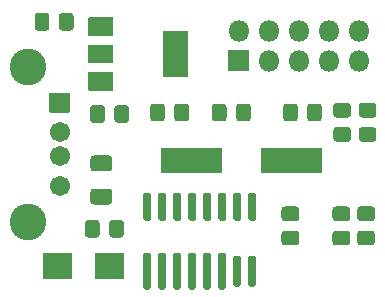
<source format=gbr>
G04 #@! TF.GenerationSoftware,KiCad,Pcbnew,5.1.9-73d0e3b20d~88~ubuntu20.04.1*
G04 #@! TF.CreationDate,2021-01-20T21:34:12+07:00*
G04 #@! TF.ProjectId,ch340G_uploader,63683334-3047-45f7-9570-6c6f61646572,rev?*
G04 #@! TF.SameCoordinates,Original*
G04 #@! TF.FileFunction,Soldermask,Top*
G04 #@! TF.FilePolarity,Negative*
%FSLAX46Y46*%
G04 Gerber Fmt 4.6, Leading zero omitted, Abs format (unit mm)*
G04 Created by KiCad (PCBNEW 5.1.9-73d0e3b20d~88~ubuntu20.04.1) date 2021-01-20 21:34:12*
%MOMM*%
%LPD*%
G01*
G04 APERTURE LIST*
%ADD10C,1.702000*%
%ADD11C,3.102000*%
%ADD12O,1.802000X1.802000*%
G04 APERTURE END LIST*
G36*
G01*
X127889000Y-69879172D02*
X127889000Y-70836828D01*
G75*
G02*
X127616828Y-71109000I-272172J0D01*
G01*
X126909172Y-71109000D01*
G75*
G02*
X126637000Y-70836828I0J272172D01*
G01*
X126637000Y-69879172D01*
G75*
G02*
X126909172Y-69607000I272172J0D01*
G01*
X127616828Y-69607000D01*
G75*
G02*
X127889000Y-69879172I0J-272172D01*
G01*
G37*
G36*
G01*
X125839000Y-69879172D02*
X125839000Y-70836828D01*
G75*
G02*
X125566828Y-71109000I-272172J0D01*
G01*
X124859172Y-71109000D01*
G75*
G02*
X124587000Y-70836828I0J272172D01*
G01*
X124587000Y-69879172D01*
G75*
G02*
X124859172Y-69607000I272172J0D01*
G01*
X125566828Y-69607000D01*
G75*
G02*
X125839000Y-69879172I0J-272172D01*
G01*
G37*
G36*
G01*
X121938000Y-63026328D02*
X121938000Y-62068672D01*
G75*
G02*
X122210172Y-61796500I272172J0D01*
G01*
X122917828Y-61796500D01*
G75*
G02*
X123190000Y-62068672I0J-272172D01*
G01*
X123190000Y-63026328D01*
G75*
G02*
X122917828Y-63298500I-272172J0D01*
G01*
X122210172Y-63298500D01*
G75*
G02*
X121938000Y-63026328I0J272172D01*
G01*
G37*
G36*
G01*
X119888000Y-63026328D02*
X119888000Y-62068672D01*
G75*
G02*
X120160172Y-61796500I272172J0D01*
G01*
X120867828Y-61796500D01*
G75*
G02*
X121140000Y-62068672I0J-272172D01*
G01*
X121140000Y-63026328D01*
G75*
G02*
X120867828Y-63298500I-272172J0D01*
G01*
X120160172Y-63298500D01*
G75*
G02*
X119888000Y-63026328I0J272172D01*
G01*
G37*
G36*
G01*
X148560828Y-72716500D02*
X147603172Y-72716500D01*
G75*
G02*
X147331000Y-72444328I0J272172D01*
G01*
X147331000Y-71736672D01*
G75*
G02*
X147603172Y-71464500I272172J0D01*
G01*
X148560828Y-71464500D01*
G75*
G02*
X148833000Y-71736672I0J-272172D01*
G01*
X148833000Y-72444328D01*
G75*
G02*
X148560828Y-72716500I-272172J0D01*
G01*
G37*
G36*
G01*
X148560828Y-70666500D02*
X147603172Y-70666500D01*
G75*
G02*
X147331000Y-70394328I0J272172D01*
G01*
X147331000Y-69686672D01*
G75*
G02*
X147603172Y-69414500I272172J0D01*
G01*
X148560828Y-69414500D01*
G75*
G02*
X148833000Y-69686672I0J-272172D01*
G01*
X148833000Y-70394328D01*
G75*
G02*
X148560828Y-70666500I-272172J0D01*
G01*
G37*
G36*
G01*
X146401828Y-72716500D02*
X145444172Y-72716500D01*
G75*
G02*
X145172000Y-72444328I0J272172D01*
G01*
X145172000Y-71736672D01*
G75*
G02*
X145444172Y-71464500I272172J0D01*
G01*
X146401828Y-71464500D01*
G75*
G02*
X146674000Y-71736672I0J-272172D01*
G01*
X146674000Y-72444328D01*
G75*
G02*
X146401828Y-72716500I-272172J0D01*
G01*
G37*
G36*
G01*
X146401828Y-70666500D02*
X145444172Y-70666500D01*
G75*
G02*
X145172000Y-70394328I0J272172D01*
G01*
X145172000Y-69686672D01*
G75*
G02*
X145444172Y-69414500I272172J0D01*
G01*
X146401828Y-69414500D01*
G75*
G02*
X146674000Y-69686672I0J-272172D01*
G01*
X146674000Y-70394328D01*
G75*
G02*
X146401828Y-70666500I-272172J0D01*
G01*
G37*
G36*
G01*
X148433828Y-81485500D02*
X147476172Y-81485500D01*
G75*
G02*
X147204000Y-81213328I0J272172D01*
G01*
X147204000Y-80505672D01*
G75*
G02*
X147476172Y-80233500I272172J0D01*
G01*
X148433828Y-80233500D01*
G75*
G02*
X148706000Y-80505672I0J-272172D01*
G01*
X148706000Y-81213328D01*
G75*
G02*
X148433828Y-81485500I-272172J0D01*
G01*
G37*
G36*
G01*
X148433828Y-79435500D02*
X147476172Y-79435500D01*
G75*
G02*
X147204000Y-79163328I0J272172D01*
G01*
X147204000Y-78455672D01*
G75*
G02*
X147476172Y-78183500I272172J0D01*
G01*
X148433828Y-78183500D01*
G75*
G02*
X148706000Y-78455672I0J-272172D01*
G01*
X148706000Y-79163328D01*
G75*
G02*
X148433828Y-79435500I-272172J0D01*
G01*
G37*
G36*
G01*
X141062672Y-80233500D02*
X142020328Y-80233500D01*
G75*
G02*
X142292500Y-80505672I0J-272172D01*
G01*
X142292500Y-81213328D01*
G75*
G02*
X142020328Y-81485500I-272172J0D01*
G01*
X141062672Y-81485500D01*
G75*
G02*
X140790500Y-81213328I0J272172D01*
G01*
X140790500Y-80505672D01*
G75*
G02*
X141062672Y-80233500I272172J0D01*
G01*
G37*
G36*
G01*
X141062672Y-78183500D02*
X142020328Y-78183500D01*
G75*
G02*
X142292500Y-78455672I0J-272172D01*
G01*
X142292500Y-79163328D01*
G75*
G02*
X142020328Y-79435500I-272172J0D01*
G01*
X141062672Y-79435500D01*
G75*
G02*
X140790500Y-79163328I0J272172D01*
G01*
X140790500Y-78455672D01*
G75*
G02*
X141062672Y-78183500I272172J0D01*
G01*
G37*
G36*
G01*
X146338328Y-79435500D02*
X145380672Y-79435500D01*
G75*
G02*
X145108500Y-79163328I0J272172D01*
G01*
X145108500Y-78455672D01*
G75*
G02*
X145380672Y-78183500I272172J0D01*
G01*
X146338328Y-78183500D01*
G75*
G02*
X146610500Y-78455672I0J-272172D01*
G01*
X146610500Y-79163328D01*
G75*
G02*
X146338328Y-79435500I-272172J0D01*
G01*
G37*
G36*
G01*
X146338328Y-81485500D02*
X145380672Y-81485500D01*
G75*
G02*
X145108500Y-81213328I0J272172D01*
G01*
X145108500Y-80505672D01*
G75*
G02*
X145380672Y-80233500I272172J0D01*
G01*
X146338328Y-80233500D01*
G75*
G02*
X146610500Y-80505672I0J-272172D01*
G01*
X146610500Y-81213328D01*
G75*
G02*
X146338328Y-81485500I-272172J0D01*
G01*
G37*
G36*
G01*
X136141000Y-69752172D02*
X136141000Y-70709828D01*
G75*
G02*
X135868828Y-70982000I-272172J0D01*
G01*
X135161172Y-70982000D01*
G75*
G02*
X134889000Y-70709828I0J272172D01*
G01*
X134889000Y-69752172D01*
G75*
G02*
X135161172Y-69480000I272172J0D01*
G01*
X135868828Y-69480000D01*
G75*
G02*
X136141000Y-69752172I0J-272172D01*
G01*
G37*
G36*
G01*
X138191000Y-69752172D02*
X138191000Y-70709828D01*
G75*
G02*
X137918828Y-70982000I-272172J0D01*
G01*
X137211172Y-70982000D01*
G75*
G02*
X136939000Y-70709828I0J272172D01*
G01*
X136939000Y-69752172D01*
G75*
G02*
X137211172Y-69480000I272172J0D01*
G01*
X137918828Y-69480000D01*
G75*
G02*
X138191000Y-69752172I0J-272172D01*
G01*
G37*
G36*
G01*
X142971500Y-70709828D02*
X142971500Y-69752172D01*
G75*
G02*
X143243672Y-69480000I272172J0D01*
G01*
X143951328Y-69480000D01*
G75*
G02*
X144223500Y-69752172I0J-272172D01*
G01*
X144223500Y-70709828D01*
G75*
G02*
X143951328Y-70982000I-272172J0D01*
G01*
X143243672Y-70982000D01*
G75*
G02*
X142971500Y-70709828I0J272172D01*
G01*
G37*
G36*
G01*
X140921500Y-70709828D02*
X140921500Y-69752172D01*
G75*
G02*
X141193672Y-69480000I272172J0D01*
G01*
X141901328Y-69480000D01*
G75*
G02*
X142173500Y-69752172I0J-272172D01*
G01*
X142173500Y-70709828D01*
G75*
G02*
X141901328Y-70982000I-272172J0D01*
G01*
X141193672Y-70982000D01*
G75*
G02*
X140921500Y-70709828I0J272172D01*
G01*
G37*
G36*
G01*
X130919000Y-69752172D02*
X130919000Y-70709828D01*
G75*
G02*
X130646828Y-70982000I-272172J0D01*
G01*
X129939172Y-70982000D01*
G75*
G02*
X129667000Y-70709828I0J272172D01*
G01*
X129667000Y-69752172D01*
G75*
G02*
X129939172Y-69480000I272172J0D01*
G01*
X130646828Y-69480000D01*
G75*
G02*
X130919000Y-69752172I0J-272172D01*
G01*
G37*
G36*
G01*
X132969000Y-69752172D02*
X132969000Y-70709828D01*
G75*
G02*
X132696828Y-70982000I-272172J0D01*
G01*
X131989172Y-70982000D01*
G75*
G02*
X131717000Y-70709828I0J272172D01*
G01*
X131717000Y-69752172D01*
G75*
G02*
X131989172Y-69480000I272172J0D01*
G01*
X132696828Y-69480000D01*
G75*
G02*
X132969000Y-69752172I0J-272172D01*
G01*
G37*
G36*
G01*
X126192500Y-80552328D02*
X126192500Y-79594672D01*
G75*
G02*
X126464672Y-79322500I272172J0D01*
G01*
X127172328Y-79322500D01*
G75*
G02*
X127444500Y-79594672I0J-272172D01*
G01*
X127444500Y-80552328D01*
G75*
G02*
X127172328Y-80824500I-272172J0D01*
G01*
X126464672Y-80824500D01*
G75*
G02*
X126192500Y-80552328I0J272172D01*
G01*
G37*
G36*
G01*
X124142500Y-80552328D02*
X124142500Y-79594672D01*
G75*
G02*
X124414672Y-79322500I272172J0D01*
G01*
X125122328Y-79322500D01*
G75*
G02*
X125394500Y-79594672I0J-272172D01*
G01*
X125394500Y-80552328D01*
G75*
G02*
X125122328Y-80824500I-272172J0D01*
G01*
X124414672Y-80824500D01*
G75*
G02*
X124142500Y-80552328I0J272172D01*
G01*
G37*
G36*
G01*
X138127500Y-77018800D02*
X138478500Y-77018800D01*
G75*
G02*
X138654000Y-77194300I0J-175500D01*
G01*
X138654000Y-79231300D01*
G75*
G02*
X138478500Y-79406800I-175500J0D01*
G01*
X138127500Y-79406800D01*
G75*
G02*
X137952000Y-79231300I0J175500D01*
G01*
X137952000Y-77194300D01*
G75*
G02*
X138127500Y-77018800I175500J0D01*
G01*
G37*
G36*
G01*
X136857500Y-77018800D02*
X137208500Y-77018800D01*
G75*
G02*
X137384000Y-77194300I0J-175500D01*
G01*
X137384000Y-79231300D01*
G75*
G02*
X137208500Y-79406800I-175500J0D01*
G01*
X136857500Y-79406800D01*
G75*
G02*
X136682000Y-79231300I0J175500D01*
G01*
X136682000Y-77194300D01*
G75*
G02*
X136857500Y-77018800I175500J0D01*
G01*
G37*
G36*
G01*
X135587500Y-77018800D02*
X135938500Y-77018800D01*
G75*
G02*
X136114000Y-77194300I0J-175500D01*
G01*
X136114000Y-79231300D01*
G75*
G02*
X135938500Y-79406800I-175500J0D01*
G01*
X135587500Y-79406800D01*
G75*
G02*
X135412000Y-79231300I0J175500D01*
G01*
X135412000Y-77194300D01*
G75*
G02*
X135587500Y-77018800I175500J0D01*
G01*
G37*
G36*
G01*
X134317500Y-77018800D02*
X134668500Y-77018800D01*
G75*
G02*
X134844000Y-77194300I0J-175500D01*
G01*
X134844000Y-79231300D01*
G75*
G02*
X134668500Y-79406800I-175500J0D01*
G01*
X134317500Y-79406800D01*
G75*
G02*
X134142000Y-79231300I0J175500D01*
G01*
X134142000Y-77194300D01*
G75*
G02*
X134317500Y-77018800I175500J0D01*
G01*
G37*
G36*
G01*
X133047500Y-77018800D02*
X133398500Y-77018800D01*
G75*
G02*
X133574000Y-77194300I0J-175500D01*
G01*
X133574000Y-79231300D01*
G75*
G02*
X133398500Y-79406800I-175500J0D01*
G01*
X133047500Y-79406800D01*
G75*
G02*
X132872000Y-79231300I0J175500D01*
G01*
X132872000Y-77194300D01*
G75*
G02*
X133047500Y-77018800I175500J0D01*
G01*
G37*
G36*
G01*
X131777500Y-77018800D02*
X132128500Y-77018800D01*
G75*
G02*
X132304000Y-77194300I0J-175500D01*
G01*
X132304000Y-79231300D01*
G75*
G02*
X132128500Y-79406800I-175500J0D01*
G01*
X131777500Y-79406800D01*
G75*
G02*
X131602000Y-79231300I0J175500D01*
G01*
X131602000Y-77194300D01*
G75*
G02*
X131777500Y-77018800I175500J0D01*
G01*
G37*
G36*
G01*
X130507500Y-77018800D02*
X130858500Y-77018800D01*
G75*
G02*
X131034000Y-77194300I0J-175500D01*
G01*
X131034000Y-79231300D01*
G75*
G02*
X130858500Y-79406800I-175500J0D01*
G01*
X130507500Y-79406800D01*
G75*
G02*
X130332000Y-79231300I0J175500D01*
G01*
X130332000Y-77194300D01*
G75*
G02*
X130507500Y-77018800I175500J0D01*
G01*
G37*
G36*
G01*
X129237500Y-77018800D02*
X129588500Y-77018800D01*
G75*
G02*
X129764000Y-77194300I0J-175500D01*
G01*
X129764000Y-79231300D01*
G75*
G02*
X129588500Y-79406800I-175500J0D01*
G01*
X129237500Y-79406800D01*
G75*
G02*
X129062000Y-79231300I0J175500D01*
G01*
X129062000Y-77194300D01*
G75*
G02*
X129237500Y-77018800I175500J0D01*
G01*
G37*
G36*
G01*
X129237500Y-82091000D02*
X129588500Y-82091000D01*
G75*
G02*
X129764000Y-82266500I0J-175500D01*
G01*
X129764000Y-85065500D01*
G75*
G02*
X129588500Y-85241000I-175500J0D01*
G01*
X129237500Y-85241000D01*
G75*
G02*
X129062000Y-85065500I0J175500D01*
G01*
X129062000Y-82266500D01*
G75*
G02*
X129237500Y-82091000I175500J0D01*
G01*
G37*
G36*
G01*
X130507500Y-82091000D02*
X130858500Y-82091000D01*
G75*
G02*
X131034000Y-82266500I0J-175500D01*
G01*
X131034000Y-85065500D01*
G75*
G02*
X130858500Y-85241000I-175500J0D01*
G01*
X130507500Y-85241000D01*
G75*
G02*
X130332000Y-85065500I0J175500D01*
G01*
X130332000Y-82266500D01*
G75*
G02*
X130507500Y-82091000I175500J0D01*
G01*
G37*
G36*
G01*
X131777500Y-82091000D02*
X132128500Y-82091000D01*
G75*
G02*
X132304000Y-82266500I0J-175500D01*
G01*
X132304000Y-85065500D01*
G75*
G02*
X132128500Y-85241000I-175500J0D01*
G01*
X131777500Y-85241000D01*
G75*
G02*
X131602000Y-85065500I0J175500D01*
G01*
X131602000Y-82266500D01*
G75*
G02*
X131777500Y-82091000I175500J0D01*
G01*
G37*
G36*
G01*
X133047500Y-82091000D02*
X133398500Y-82091000D01*
G75*
G02*
X133574000Y-82266500I0J-175500D01*
G01*
X133574000Y-85065500D01*
G75*
G02*
X133398500Y-85241000I-175500J0D01*
G01*
X133047500Y-85241000D01*
G75*
G02*
X132872000Y-85065500I0J175500D01*
G01*
X132872000Y-82266500D01*
G75*
G02*
X133047500Y-82091000I175500J0D01*
G01*
G37*
G36*
G01*
X134317500Y-82091000D02*
X134668500Y-82091000D01*
G75*
G02*
X134844000Y-82266500I0J-175500D01*
G01*
X134844000Y-85065500D01*
G75*
G02*
X134668500Y-85241000I-175500J0D01*
G01*
X134317500Y-85241000D01*
G75*
G02*
X134142000Y-85065500I0J175500D01*
G01*
X134142000Y-82266500D01*
G75*
G02*
X134317500Y-82091000I175500J0D01*
G01*
G37*
G36*
G01*
X135587500Y-82091000D02*
X135938500Y-82091000D01*
G75*
G02*
X136114000Y-82266500I0J-175500D01*
G01*
X136114000Y-85065500D01*
G75*
G02*
X135938500Y-85241000I-175500J0D01*
G01*
X135587500Y-85241000D01*
G75*
G02*
X135412000Y-85065500I0J175500D01*
G01*
X135412000Y-82266500D01*
G75*
G02*
X135587500Y-82091000I175500J0D01*
G01*
G37*
G36*
G01*
X136857500Y-82345000D02*
X137208500Y-82345000D01*
G75*
G02*
X137384000Y-82520500I0J-175500D01*
G01*
X137384000Y-84811500D01*
G75*
G02*
X137208500Y-84987000I-175500J0D01*
G01*
X136857500Y-84987000D01*
G75*
G02*
X136682000Y-84811500I0J175500D01*
G01*
X136682000Y-82520500D01*
G75*
G02*
X136857500Y-82345000I175500J0D01*
G01*
G37*
G36*
G01*
X138127500Y-82345000D02*
X138478500Y-82345000D01*
G75*
G02*
X138654000Y-82520500I0J-175500D01*
G01*
X138654000Y-84811500D01*
G75*
G02*
X138478500Y-84987000I-175500J0D01*
G01*
X138127500Y-84987000D01*
G75*
G02*
X137952000Y-84811500I0J175500D01*
G01*
X137952000Y-82520500D01*
G75*
G02*
X138127500Y-82345000I175500J0D01*
G01*
G37*
G36*
G01*
X126195100Y-75222000D02*
X124883900Y-75222000D01*
G75*
G02*
X124613500Y-74951600I0J270400D01*
G01*
X124613500Y-74140400D01*
G75*
G02*
X124883900Y-73870000I270400J0D01*
G01*
X126195100Y-73870000D01*
G75*
G02*
X126465500Y-74140400I0J-270400D01*
G01*
X126465500Y-74951600D01*
G75*
G02*
X126195100Y-75222000I-270400J0D01*
G01*
G37*
G36*
G01*
X126195100Y-78022000D02*
X124883900Y-78022000D01*
G75*
G02*
X124613500Y-77751600I0J270400D01*
G01*
X124613500Y-76940400D01*
G75*
G02*
X124883900Y-76670000I270400J0D01*
G01*
X126195100Y-76670000D01*
G75*
G02*
X126465500Y-76940400I0J-270400D01*
G01*
X126465500Y-77751600D01*
G75*
G02*
X126195100Y-78022000I-270400J0D01*
G01*
G37*
D10*
X121996200Y-76418200D03*
X121996200Y-73918200D03*
X121996200Y-71918200D03*
G36*
G01*
X121196200Y-68567200D02*
X122796200Y-68567200D01*
G75*
G02*
X122847200Y-68618200I0J-51000D01*
G01*
X122847200Y-70218200D01*
G75*
G02*
X122796200Y-70269200I-51000J0D01*
G01*
X121196200Y-70269200D01*
G75*
G02*
X121145200Y-70218200I0J51000D01*
G01*
X121145200Y-68618200D01*
G75*
G02*
X121196200Y-68567200I51000J0D01*
G01*
G37*
D11*
X119286200Y-66348200D03*
X119286200Y-79488200D03*
D12*
X147320000Y-63309500D03*
X147320000Y-65849500D03*
X144780000Y-63309500D03*
X144780000Y-65849500D03*
X142240000Y-63309500D03*
X142240000Y-65849500D03*
X139700000Y-63309500D03*
X139700000Y-65849500D03*
X137160000Y-63309500D03*
G36*
G01*
X138010000Y-66750500D02*
X136310000Y-66750500D01*
G75*
G02*
X136259000Y-66699500I0J51000D01*
G01*
X136259000Y-64999500D01*
G75*
G02*
X136310000Y-64948500I51000J0D01*
G01*
X138010000Y-64948500D01*
G75*
G02*
X138061000Y-64999500I0J-51000D01*
G01*
X138061000Y-66699500D01*
G75*
G02*
X138010000Y-66750500I-51000J0D01*
G01*
G37*
G36*
G01*
X139073000Y-75295000D02*
X139073000Y-73295000D01*
G75*
G02*
X139124000Y-73244000I51000J0D01*
G01*
X144204000Y-73244000D01*
G75*
G02*
X144255000Y-73295000I0J-51000D01*
G01*
X144255000Y-75295000D01*
G75*
G02*
X144204000Y-75346000I-51000J0D01*
G01*
X139124000Y-75346000D01*
G75*
G02*
X139073000Y-75295000I0J51000D01*
G01*
G37*
G36*
G01*
X130573000Y-75295000D02*
X130573000Y-73295000D01*
G75*
G02*
X130624000Y-73244000I51000J0D01*
G01*
X135704000Y-73244000D01*
G75*
G02*
X135755000Y-73295000I0J-51000D01*
G01*
X135755000Y-75295000D01*
G75*
G02*
X135704000Y-75346000I-51000J0D01*
G01*
X130624000Y-75346000D01*
G75*
G02*
X130573000Y-75295000I0J51000D01*
G01*
G37*
G36*
G01*
X124450000Y-63728000D02*
X124450000Y-62228000D01*
G75*
G02*
X124501000Y-62177000I51000J0D01*
G01*
X126501000Y-62177000D01*
G75*
G02*
X126552000Y-62228000I0J-51000D01*
G01*
X126552000Y-63728000D01*
G75*
G02*
X126501000Y-63779000I-51000J0D01*
G01*
X124501000Y-63779000D01*
G75*
G02*
X124450000Y-63728000I0J51000D01*
G01*
G37*
G36*
G01*
X124450000Y-68328000D02*
X124450000Y-66828000D01*
G75*
G02*
X124501000Y-66777000I51000J0D01*
G01*
X126501000Y-66777000D01*
G75*
G02*
X126552000Y-66828000I0J-51000D01*
G01*
X126552000Y-68328000D01*
G75*
G02*
X126501000Y-68379000I-51000J0D01*
G01*
X124501000Y-68379000D01*
G75*
G02*
X124450000Y-68328000I0J51000D01*
G01*
G37*
G36*
G01*
X124450000Y-66028000D02*
X124450000Y-64528000D01*
G75*
G02*
X124501000Y-64477000I51000J0D01*
G01*
X126501000Y-64477000D01*
G75*
G02*
X126552000Y-64528000I0J-51000D01*
G01*
X126552000Y-66028000D01*
G75*
G02*
X126501000Y-66079000I-51000J0D01*
G01*
X124501000Y-66079000D01*
G75*
G02*
X124450000Y-66028000I0J51000D01*
G01*
G37*
G36*
G01*
X130750000Y-67178000D02*
X130750000Y-63378000D01*
G75*
G02*
X130801000Y-63327000I51000J0D01*
G01*
X132801000Y-63327000D01*
G75*
G02*
X132852000Y-63378000I0J-51000D01*
G01*
X132852000Y-67178000D01*
G75*
G02*
X132801000Y-67229000I-51000J0D01*
G01*
X130801000Y-67229000D01*
G75*
G02*
X130750000Y-67178000I0J51000D01*
G01*
G37*
G36*
G01*
X123066500Y-82198500D02*
X123066500Y-84298500D01*
G75*
G02*
X123015500Y-84349500I-51000J0D01*
G01*
X120615500Y-84349500D01*
G75*
G02*
X120564500Y-84298500I0J51000D01*
G01*
X120564500Y-82198500D01*
G75*
G02*
X120615500Y-82147500I51000J0D01*
G01*
X123015500Y-82147500D01*
G75*
G02*
X123066500Y-82198500I0J-51000D01*
G01*
G37*
G36*
G01*
X127466500Y-82198500D02*
X127466500Y-84298500D01*
G75*
G02*
X127415500Y-84349500I-51000J0D01*
G01*
X125015500Y-84349500D01*
G75*
G02*
X124964500Y-84298500I0J51000D01*
G01*
X124964500Y-82198500D01*
G75*
G02*
X125015500Y-82147500I51000J0D01*
G01*
X127415500Y-82147500D01*
G75*
G02*
X127466500Y-82198500I0J-51000D01*
G01*
G37*
M02*

</source>
